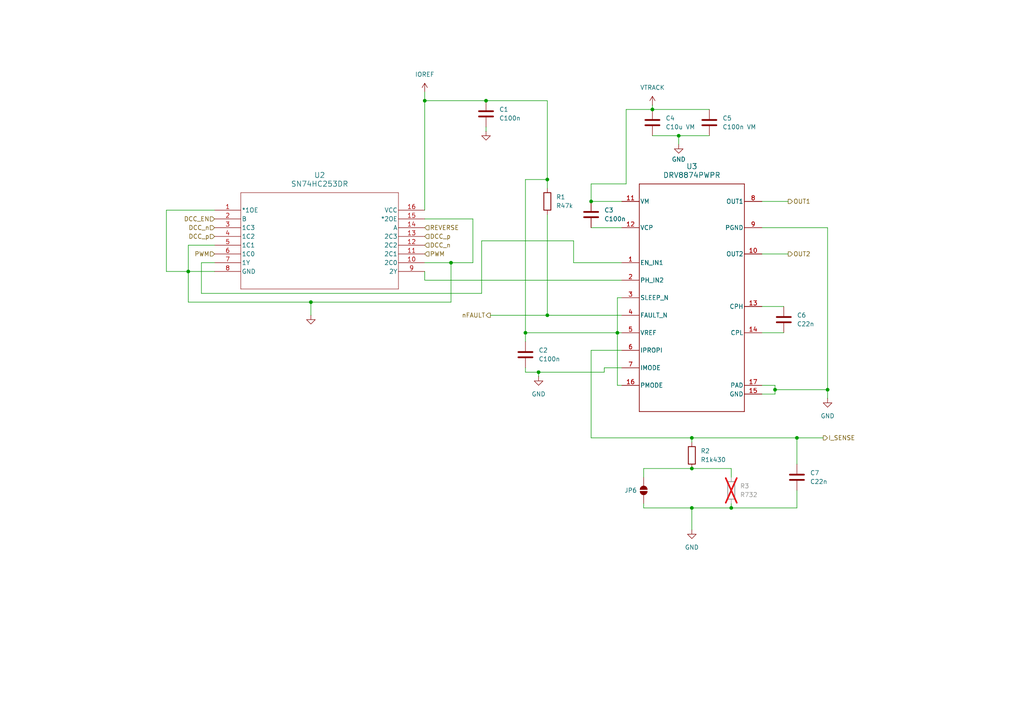
<source format=kicad_sch>
(kicad_sch (version 20231120) (generator "eeschema") (generator_version "8.0")
  (paper "A4")
  (title_block (title "Arduino Nano LCC Booster") (date "2024-11-16") (rev "5") (company "TMRC") (comment 1 "Noah Paladino"))
  (lib_symbols
    (symbol "DRV8874:DRV8874PWPR" (pin_names (offset 0.254))
      (property "Reference" "U" (at 0 2.54 0))
      (property "Value" "DRV8874PWPR" (at 0 0 0))
      (symbol "DRV8874PWPR_0_1"
        (polyline (pts (xy -15.24 -33.02) (xy 15.24 -33.02)) (stroke (width 0.2032)))
        (polyline (pts (xy -15.24 33.02) (xy -15.24 -33.02)) (stroke (width 0.2032)))
        (polyline (pts (xy 15.24 -33.02) (xy 15.24 33.02)) (stroke (width 0.2032)))
        (polyline (pts (xy 15.24 33.02) (xy -15.24 33.02)) (stroke (width 0.2032)))
        (pin input line (at -20.32 10.16 0) (length 5.08) (name "EN_IN1") (number "1"))
        (pin output line (at 20.32 12.7 180) (length 5.08) (name "OUT2") (number "10"))
        (pin power_in line (at -20.32 27.94 0) (length 5.08) (name "VM") (number "11"))
        (pin power_in line (at -20.32 20.32 0) (length 5.08) (name "VCP") (number "12"))
        (pin power_in line (at 20.32 -2.54 180) (length 5.08) (name "CPH") (number "13"))
        (pin power_in line (at 20.32 -10.16 180) (length 5.08) (name "CPL") (number "14"))
        (pin power_in line (at 20.32 -27.94 180) (length 5.08) (name "GND") (number "15"))
        (pin input line (at -20.32 -25.4 0) (length 5.08) (name "PMODE") (number "16"))
        (pin power_in line (at 20.32 -25.4 180) (length 5.08) (name "PAD") (number "17"))
        (pin input line (at -20.32 5.08 0) (length 5.08) (name "PH_IN2") (number "2"))
        (pin input line (at -20.32 0 0) (length 5.08) (name "SLEEP_N") (number "3"))
        (pin open_collector line (at -20.32 -5.08 0) (length 5.08) (name "FAULT_N") (number "4"))
        (pin power_in line (at -20.32 -10.16 0) (length 5.08) (name "VREF") (number "5"))
        (pin output line (at -20.32 -15.24 0) (length 5.08) (name "IPROPI") (number "6"))
        (pin input line (at -20.32 -20.32 0) (length 5.08) (name "IMODE") (number "7"))
        (pin output line (at 20.32 27.94 180) (length 5.08) (name "OUT1") (number "8"))
        (pin power_in line (at 20.32 20.32 180) (length 5.08) (name "PGND") (number "9"))
      )
    )
    (symbol "Device:C" (pin_numbers hide) (pin_names (offset 0.254))
      (property "Reference" "C" (at 0.635 2.54 0))
      (property "Value" "C" (at 0.635 -2.54 0))
      (symbol "C_0_1"
        (polyline (pts (xy -2.032 -0.762) (xy 2.032 -0.762)) (stroke (width 0.508)))
        (polyline (pts (xy -2.032 0.762) (xy 2.032 0.762)) (stroke (width 0.508)))
      )
      (symbol "C_1_1"
        (pin passive line (at 0 3.81 270) (length 2.794) (name "~") (number "1"))
        (pin passive line (at 0 -3.81 90) (length 2.794) (name "~") (number "2"))
      )
    )
    (symbol "Device:R" (pin_numbers hide) (pin_names (offset 0))
      (property "Reference" "R" (at 2.032 0 90))
      (property "Value" "R" (at 0 0 90))
      (symbol "R_0_1"
        (rectangle (start -1.016 -2.54) (end 1.016 2.54) (stroke (width 0.254)))
      )
      (symbol "R_1_1"
        (pin passive line (at 0 3.81 270) (length 1.27) (name "~") (number "1"))
        (pin passive line (at 0 -3.81 90) (length 1.27) (name "~") (number "2"))
      )
    )
    (symbol "Jumper:SolderJumper_2_Open" (pin_numbers hide) (pin_names (offset 0) hide) (exclude_from_sim yes) (in_bom no)
      (property "Reference" "JP" (at 0 2.032 0))
      (property "Value" "SolderJumper_2_Open" (at 0 -2.54 0))
      (symbol "SolderJumper_2_Open_0_1"
        (arc (start -0.254 1.016) (mid -1.2656 0) (end -0.254 -1.016))
        (arc (start -0.254 1.016) (mid -1.2656 0) (end -0.254 -1.016) (fill (type outline)))
        (polyline (pts (xy -0.254 1.016) (xy -0.254 -1.016)))
        (polyline (pts (xy 0.254 1.016) (xy 0.254 -1.016)))
        (arc (start 0.254 -1.016) (mid 1.2656 0) (end 0.254 1.016))
        (arc (start 0.254 -1.016) (mid 1.2656 0) (end 0.254 1.016) (fill (type outline)))
      )
      (symbol "SolderJumper_2_Open_1_1"
        (pin passive line (at -3.81 0 0) (length 2.54) (name "A") (number "1"))
        (pin passive line (at 3.81 0 180) (length 2.54) (name "B") (number "2"))
      )
    )
    (symbol "SN74HC253DR:SN74HC253DR" (pin_names (offset 0.254))
      (property "Reference" "U" (at 30.48 10.16 0))
      (property "Value" "SN74HC253DR" (at 30.48 7.62 0))
      (symbol "SN74HC253DR_0_1"
        (polyline (pts (xy 7.62 -22.86) (xy 53.34 -22.86)) (stroke (width 0.127)))
        (polyline (pts (xy 7.62 5.08) (xy 7.62 -22.86)) (stroke (width 0.127)))
        (polyline (pts (xy 53.34 -22.86) (xy 53.34 5.08)) (stroke (width 0.127)))
        (polyline (pts (xy 53.34 5.08) (xy 7.62 5.08)) (stroke (width 0.127)))
        (pin input line (at 0 0 0) (length 7.62) (name "*1OE") (number "1"))
        (pin input line (at 60.96 -15.24 180) (length 7.62) (name "2C0") (number "10"))
        (pin input line (at 60.96 -12.7 180) (length 7.62) (name "2C1") (number "11"))
        (pin input line (at 60.96 -10.16 180) (length 7.62) (name "2C2") (number "12"))
        (pin input line (at 60.96 -7.62 180) (length 7.62) (name "2C3") (number "13"))
        (pin input line (at 60.96 -5.08 180) (length 7.62) (name "A") (number "14"))
        (pin input line (at 60.96 -2.54 180) (length 7.62) (name "*2OE") (number "15"))
        (pin power_in line (at 60.96 0 180) (length 7.62) (name "VCC") (number "16"))
        (pin input line (at 0 -2.54 0) (length 7.62) (name "B") (number "2"))
        (pin input line (at 0 -5.08 0) (length 7.62) (name "1C3") (number "3"))
        (pin input line (at 0 -7.62 0) (length 7.62) (name "1C2") (number "4"))
        (pin input line (at 0 -10.16 0) (length 7.62) (name "1C1") (number "5"))
        (pin input line (at 0 -12.7 0) (length 7.62) (name "1C0") (number "6"))
        (pin output line (at 0 -15.24 0) (length 7.62) (name "1Y") (number "7"))
        (pin power_in line (at 0 -17.78 0) (length 7.62) (name "GND") (number "8"))
        (pin output line (at 60.96 -17.78 180) (length 7.62) (name "2Y") (number "9"))
      )
    )
    (symbol "power:+3.3V" (power) (pin_numbers hide) (pin_names (offset 0) hide)
      (property "Value" "+3.3V" (at 0 3.556 0))
      (symbol "+3.3V_0_1"
        (polyline (pts (xy -0.762 1.27) (xy 0 2.54)))
        (polyline (pts (xy 0 0) (xy 0 2.54)))
        (polyline (pts (xy 0 2.54) (xy 0.762 1.27)))
      )
      (symbol "+3.3V_1_1"
        (pin power_in line (at 0 0 90) (length 0) (name "~") (number "1"))
      )
    )
    (symbol "power:GND" (power) (pin_numbers hide) (pin_names (offset 0) hide)
      (property "Value" "GND" (at 0 -3.81 0))
      (symbol "GND_0_1"
        (polyline (pts (xy 0 0) (xy 0 -1.27) (xy 1.27 -1.27) (xy 0 -2.54) (xy -1.27 -1.27) (xy 0 -1.27)))
      )
      (symbol "GND_1_1"
        (pin power_in line (at 0 0 270) (length 0) (name "~") (number "1"))
      )
    )
  )
  (junction (at 196.85 39.37))
  (junction (at 200.66 147.32))
  (junction (at 90.17 87.63))
  (junction (at 156.21 107.95))
  (junction (at 140.97 29.21))
  (junction (at 158.75 52.07))
  (junction (at 123.19 29.21))
  (junction (at 200.66 135.89))
  (junction (at 231.14 127))
  (junction (at 212.09 147.32))
  (junction (at 224.79 113.03))
  (junction (at 130.81 76.2))
  (junction (at 200.66 127))
  (junction (at 152.4 96.52))
  (junction (at 189.23 31.75))
  (junction (at 179.07 96.52))
  (junction (at 158.75 91.44))
  (junction (at 54.61 78.74))
  (junction (at 171.45 58.42))
  (junction (at 240.03 113.03))
  (wire (pts (xy 123.19 63.5) (xy 137.16 63.5)))
  (wire (pts (xy 158.75 29.21) (xy 158.75 52.07)))
  (wire (pts (xy 54.61 71.12) (xy 54.61 78.74)))
  (wire (pts (xy 220.98 111.76) (xy 224.79 111.76)))
  (wire (pts (xy 171.45 53.34) (xy 171.45 58.42)))
  (wire (pts (xy 139.7 85.09) (xy 139.7 69.85)))
  (wire (pts (xy 231.14 147.32) (xy 231.14 142.24)))
  (wire (pts (xy 156.21 107.95) (xy 175.26 107.95)))
  (wire (pts (xy 231.14 127) (xy 231.14 134.62)))
  (wire (pts (xy 166.37 76.2) (xy 180.34 76.2)))
  (wire (pts (xy 62.23 76.2) (xy 58.42 76.2)))
  (wire (pts (xy 62.23 71.12) (xy 54.61 71.12)))
  (wire (pts (xy 238.76 127) (xy 231.14 127)))
  (wire (pts (xy 181.61 31.75) (xy 181.61 53.34)))
  (wire (pts (xy 186.69 147.32) (xy 200.66 147.32)))
  (wire (pts (xy 48.26 78.74) (xy 54.61 78.74)))
  (wire (pts (xy 123.19 81.28) (xy 123.19 78.74)))
  (wire (pts (xy 189.23 31.75) (xy 181.61 31.75)))
  (wire (pts (xy 152.4 96.52) (xy 179.07 96.52)))
  (wire (pts (xy 180.34 111.76) (xy 179.07 111.76)))
  (wire (pts (xy 166.37 69.85) (xy 166.37 76.2)))
  (wire (pts (xy 137.16 76.2) (xy 130.81 76.2)))
  (wire (pts (xy 140.97 29.21) (xy 158.75 29.21)))
  (wire (pts (xy 130.81 76.2) (xy 130.81 87.63)))
  (wire (pts (xy 142.24 91.44) (xy 158.75 91.44)))
  (wire (pts (xy 58.42 85.09) (xy 139.7 85.09)))
  (wire (pts (xy 130.81 87.63) (xy 90.17 87.63)))
  (wire (pts (xy 175.26 106.68) (xy 175.26 107.95)))
  (wire (pts (xy 186.69 135.89) (xy 186.69 138.43)))
  (wire (pts (xy 200.66 135.89) (xy 186.69 135.89)))
  (wire (pts (xy 196.85 39.37) (xy 205.74 39.37)))
  (wire (pts (xy 171.45 58.42) (xy 180.34 58.42)))
  (wire (pts (xy 228.6 73.66) (xy 220.98 73.66)))
  (wire (pts (xy 140.97 36.83) (xy 140.97 38.1)))
  (wire (pts (xy 152.4 107.95) (xy 152.4 106.68)))
  (wire (pts (xy 171.45 127) (xy 200.66 127)))
  (wire (pts (xy 180.34 101.6) (xy 171.45 101.6)))
  (wire (pts (xy 212.09 147.32) (xy 212.09 146.05)))
  (wire (pts (xy 189.23 39.37) (xy 196.85 39.37)))
  (wire (pts (xy 180.34 96.52) (xy 179.07 96.52)))
  (wire (pts (xy 152.4 107.95) (xy 156.21 107.95)))
  (wire (pts (xy 189.23 31.75) (xy 205.74 31.75)))
  (wire (pts (xy 58.42 76.2) (xy 58.42 85.09)))
  (wire (pts (xy 189.23 30.48) (xy 189.23 31.75)))
  (wire (pts (xy 123.19 76.2) (xy 130.81 76.2)))
  (wire (pts (xy 228.6 58.42) (xy 220.98 58.42)))
  (wire (pts (xy 196.85 41.91) (xy 196.85 39.37)))
  (wire (pts (xy 158.75 91.44) (xy 180.34 91.44)))
  (wire (pts (xy 200.66 147.32) (xy 212.09 147.32)))
  (wire (pts (xy 224.79 113.03) (xy 240.03 113.03)))
  (wire (pts (xy 179.07 86.36) (xy 179.07 96.52)))
  (wire (pts (xy 123.19 81.28) (xy 180.34 81.28)))
  (wire (pts (xy 137.16 63.5) (xy 137.16 76.2)))
  (wire (pts (xy 224.79 113.03) (xy 224.79 114.3)))
  (wire (pts (xy 48.26 60.96) (xy 48.26 78.74)))
  (wire (pts (xy 200.66 127) (xy 200.66 128.27)))
  (wire (pts (xy 152.4 96.52) (xy 152.4 99.06)))
  (wire (pts (xy 90.17 91.44) (xy 90.17 87.63)))
  (wire (pts (xy 90.17 87.63) (xy 54.61 87.63)))
  (wire (pts (xy 123.19 29.21) (xy 123.19 60.96)))
  (wire (pts (xy 158.75 52.07) (xy 158.75 54.61)))
  (wire (pts (xy 200.66 135.89) (xy 212.09 135.89)))
  (wire (pts (xy 62.23 60.96) (xy 48.26 60.96)))
  (wire (pts (xy 152.4 96.52) (xy 152.4 52.07)))
  (wire (pts (xy 240.03 113.03) (xy 240.03 115.57)))
  (wire (pts (xy 186.69 146.05) (xy 186.69 147.32)))
  (wire (pts (xy 171.45 66.04) (xy 180.34 66.04)))
  (wire (pts (xy 54.61 78.74) (xy 62.23 78.74)))
  (wire (pts (xy 181.61 53.34) (xy 171.45 53.34)))
  (wire (pts (xy 227.33 96.52) (xy 220.98 96.52)))
  (wire (pts (xy 200.66 147.32) (xy 200.66 153.67)))
  (wire (pts (xy 171.45 101.6) (xy 171.45 127)))
  (wire (pts (xy 123.19 29.21) (xy 140.97 29.21)))
  (wire (pts (xy 180.34 106.68) (xy 175.26 106.68)))
  (wire (pts (xy 240.03 66.04) (xy 240.03 113.03)))
  (wire (pts (xy 152.4 52.07) (xy 158.75 52.07)))
  (wire (pts (xy 220.98 114.3) (xy 224.79 114.3)))
  (wire (pts (xy 212.09 147.32) (xy 231.14 147.32)))
  (wire (pts (xy 156.21 107.95) (xy 156.21 109.22)))
  (wire (pts (xy 179.07 111.76) (xy 179.07 96.52)))
  (wire (pts (xy 54.61 87.63) (xy 54.61 78.74)))
  (wire (pts (xy 180.34 86.36) (xy 179.07 86.36)))
  (wire (pts (xy 224.79 111.76) (xy 224.79 113.03)))
  (wire (pts (xy 123.19 26.67) (xy 123.19 29.21)))
  (wire (pts (xy 139.7 69.85) (xy 166.37 69.85)))
  (wire (pts (xy 200.66 127) (xy 231.14 127)))
  (wire (pts (xy 212.09 135.89) (xy 212.09 138.43)))
  (wire (pts (xy 220.98 66.04) (xy 240.03 66.04)))
  (wire (pts (xy 158.75 62.23) (xy 158.75 91.44)))
  (wire (pts (xy 227.33 88.9) (xy 220.98 88.9)))
  (hierarchical_label "I_SENSE" (shape output) (at 238.76 127 0))
  (hierarchical_label "nFAULT" (shape output) (at 142.24 91.44 180))
  (hierarchical_label "OUT2" (shape output) (at 228.6 73.66 0))
  (hierarchical_label "DCC_p" (shape input) (at 123.19 68.58 0))
  (hierarchical_label "REVERSE" (shape input) (at 123.19 66.04 0))
  (hierarchical_label "DCC_EN" (shape input) (at 62.23 63.5 180))
  (hierarchical_label "PWM" (shape input) (at 123.19 73.66 0))
  (hierarchical_label "OUT1" (shape output) (at 228.6 58.42 0))
  (hierarchical_label "DCC_p" (shape input) (at 62.23 68.58 180))
  (hierarchical_label "DCC_n" (shape input) (at 123.19 71.12 0))
  (hierarchical_label "DCC_n" (shape input) (at 62.23 66.04 180))
  (hierarchical_label "PWM" (shape input) (at 62.23 73.66 180))
  (symbol (lib_id "Jumper:SolderJumper_2_Open") (at 186.69 142.24 90) (unit 1) (exclude_from_sim yes) (in_bom no)
    (property "Reference" "JP6" (at 181.102 142.24 90) (effects (justify right)))
    (property "Value" "SolderJumper_2" (effects (hide yes)))
    (property "Footprint" "Jumper:SolderJumper-2_P1.3mm_Open_RoundedPad1.0x1.5mm" (effects (hide yes)))
    (property "Description" "Solder Jumper, 2-pole, open" (effects (hide yes)))
    (instances (project "LCC_Turnout_Driver" (path "" (reference "JP6") (unit 1)) (path "" (reference "JP9") (unit 1)) (path "" (reference "JP7") (unit 1)) (path "" (reference "JP8") (unit 1))))
  )
  (symbol (lib_id "Device:R") (at 200.66 132.08 0) (unit 1)
    (property "Reference" "R2" (at 203.2 130.8099 0) (effects (justify left)))
    (property "Value" "R1k430" (at 203.2 133.3499 0) (effects (justify left)))
    (property "Footprint" "Resistor_SMD:R_0805_2012Metric_Pad1.20x1.40mm_HandSolder" (effects (hide yes)))
    (property "Description" "Resistor" (effects (hide yes)))
    (property "Manufacturer Part Number" "RC0805FR-071K43L" (effects (hide yes)))
    (property "MANUFACTURER" "Yageo" (effects (hide yes)))
    (instances (project "LCC_Turnout_Driver" (path "" (reference "R2") (unit 1)) (path "" (reference "R11") (unit 1)) (path "" (reference "R5") (unit 1)) (path "" (reference "R8") (unit 1))))
  )
  (symbol (lib_id "Device:C") (at 152.4 102.87 0) (unit 1)
    (property "Reference" "C2" (at 156.21 101.5999 0) (effects (justify left)))
    (property "Value" "C100n" (at 156.21 104.1399 0) (effects (justify left)))
    (property "Footprint" "Capacitor_SMD:C_0805_2012Metric_Pad1.18x1.45mm_HandSolder" (effects (hide yes)))
    (property "Description" "Unpolarized capacitor" (effects (hide yes)))
    (property "MANUFACTURER" "Samsung" (effects (hide yes)))
    (property "Manufacturer Part Number" "CL21B104KACNFNC" (effects (hide yes)))
    (instances (project "LCC_Turnout_Driver" (path "" (reference "C2") (unit 1)) (path "" (reference "C23") (unit 1)) (path "" (reference "C9") (unit 1)) (path "" (reference "C16") (unit 1))))
  )
  (symbol (lib_id "Device:R") (at 158.75 58.42 0) (unit 1)
    (property "Reference" "R1" (at 161.29 57.1499 0) (effects (justify left)))
    (property "Value" "R47k" (at 161.29 59.6899 0) (effects (justify left)))
    (property "Footprint" "Resistor_SMD:R_0805_2012Metric_Pad1.20x1.40mm_HandSolder" (effects (hide yes)))
    (property "Description" "Resistor" (effects (hide yes)))
    (property "Manufacturer Part Number" "ERJ6ENF4702V" (effects (hide yes)))
    (property "MANUFACTURER" "Panasonic" (effects (hide yes)))
    (instances (project "LCC_Turnout_Driver" (path "" (reference "R1") (unit 1)) (path "" (reference "R10") (unit 1)) (path "" (reference "R4") (unit 1)) (path "" (reference "R7") (unit 1))))
  )
  (symbol (lib_id "power:+3.3V") (at 189.23 30.48 0) (unit 1)
    (property "Reference" "#PWR013" (effects (hide yes)))
    (property "Value" "VTRACK" (at 189.23 25.4 0))
    (property "Description" "Power symbol creates a global label with name \"VIN\"" (effects (hide yes)))
    (instances (project "LCC_Turnout_Driver" (path "" (reference "#PWR013") (unit 1)) (path "" (reference "#PWR037") (unit 1)) (path "" (reference "#PWR021") (unit 1)) (path "" (reference "#PWR029") (unit 1))))
  )
  (symbol (lib_id "power:+3.3V") (at 123.19 26.67 0) (unit 1)
    (property "Reference" "#PWR010" (effects (hide yes)))
    (property "Value" "IOREF" (at 123.19 21.59 0))
    (property "Description" "Power symbol creates a global label with name \"+3.3V\"" (effects (hide yes)))
    (instances (project "LCC_Turnout_Driver" (path "" (reference "#PWR010") (unit 1)) (path "" (reference "#PWR034") (unit 1)) (path "" (reference "#PWR018") (unit 1)) (path "" (reference "#PWR026") (unit 1))))
  )
  (symbol (lib_id "SN74HC253DR:SN74HC253DR") (at 62.23 60.96 0) (unit 1)
    (property "Reference" "U2" (at 92.71 50.8 0) (effects (font (size 1.524 1.524))))
    (property "Value" "SN74HC253DR" (at 92.71 53.34 0) (effects (font (size 1.524 1.524))))
    (property "Footprint" "Package_SO:SO-16_3.9x9.9mm_P1.27mm" (effects (hide yes)))
    (property "Datasheet" "SN74HC253DR" (effects (hide yes)))
    (property "Manufacturer Part Number" "SN74HC253DR" (effects (hide yes)))
    (property "MANUFACTURER" "TI" (effects (hide yes)))
    (instances (project "LCC_Turnout_Driver" (path "" (reference "U2") (unit 1)) (path "" (reference "U8") (unit 1)) (path "" (reference "U4") (unit 1)) (path "" (reference "U6") (unit 1))))
  )
  (symbol (lib_id "power:GND") (at 140.97 38.1 0) (unit 1)
    (property "Reference" "#PWR011" (effects (hide yes)))
    (property "Value" "GND" (effects (hide yes)))
    (property "Description" "Power symbol creates a global label with name \"GND\" , ground" (effects (hide yes)))
    (instances (project "LCC_Turnout_Driver" (path "" (reference "#PWR011") (unit 1)) (path "" (reference "#PWR035") (unit 1)) (path "" (reference "#PWR019") (unit 1)) (path "" (reference "#PWR027") (unit 1))))
  )
  (symbol (lib_id "Device:C") (at 189.23 35.56 0) (unit 1)
    (property "Reference" "C4" (at 193.04 34.2899 0) (effects (justify left)))
    (property "Value" "C10u VM" (at 193.04 36.8299 0) (effects (justify left)))
    (property "Footprint" "Capacitor_SMD:C_1206_3216Metric_Pad1.33x1.80mm_HandSolder" (effects (hide yes)))
    (property "Description" "Unpolarized capacitor" (effects (hide yes)))
    (property "Manufacturer Part Number" "CL31A106KBHNNNE" (effects (hide yes)))
    (property "MANUFACTURER" "Samsung" (effects (hide yes)))
    (instances (project "LCC_Turnout_Driver" (path "" (reference "C4") (unit 1)) (path "" (reference "C25") (unit 1)) (path "" (reference "C11") (unit 1)) (path "" (reference "C18") (unit 1))))
  )
  (symbol (lib_id "power:GND") (at 90.17 91.44 0) (unit 1)
    (property "Reference" "#PWR09" (effects (hide yes)))
    (property "Value" "GND" (effects (hide yes)))
    (property "Description" "Power symbol creates a global label with name \"GND\" , ground" (effects (hide yes)))
    (instances (project "LCC_Turnout_Driver" (path "" (reference "#PWR09") (unit 1)) (path "" (reference "#PWR033") (unit 1)) (path "" (reference "#PWR017") (unit 1)) (path "" (reference "#PWR025") (unit 1))))
  )
  (symbol (lib_id "power:GND") (at 196.85 41.91 0) (unit 1)
    (property "Reference" "#PWR014" (effects (hide yes)))
    (property "Value" "GND" (at 196.85 46.228 0))
    (property "Description" "Power symbol creates a global label with name \"GND\" , ground" (effects (hide yes)))
    (instances (project "LCC_Turnout_Driver" (path "" (reference "#PWR014") (unit 1)) (path "" (reference "#PWR038") (unit 1)) (path "" (reference "#PWR022") (unit 1)) (path "" (reference "#PWR030") (unit 1))))
  )
  (symbol (lib_id "Device:C") (at 140.97 33.02 0) (unit 1)
    (property "Reference" "C1" (at 144.78 31.7499 0) (effects (justify left)))
    (property "Value" "C100n" (at 144.78 34.2899 0) (effects (justify left)))
    (property "Footprint" "Capacitor_SMD:C_0805_2012Metric_Pad1.18x1.45mm_HandSolder" (effects (hide yes)))
    (property "Description" "Unpolarized capacitor" (effects (hide yes)))
    (property "MANUFACTURER" "Samsung" (effects (hide yes)))
    (property "Manufacturer Part Number" "CL21B104KACNFNC" (effects (hide yes)))
    (instances (project "LCC_Turnout_Driver" (path "" (reference "C1") (unit 1)) (path "" (reference "C22") (unit 1)) (path "" (reference "C8") (unit 1)) (path "" (reference "C15") (unit 1))))
  )
  (symbol (lib_id "Device:C") (at 205.74 35.56 0) (unit 1)
    (property "Reference" "C5" (at 209.55 34.2899 0) (effects (justify left)))
    (property "Value" "C100n VM" (at 209.55 36.8299 0) (effects (justify left)))
    (property "Footprint" "Capacitor_SMD:C_0805_2012Metric_Pad1.18x1.45mm_HandSolder" (effects (hide yes)))
    (property "Description" "Unpolarized capacitor" (effects (hide yes)))
    (property "MANUFACTURER" "Samsung" (effects (hide yes)))
    (property "Manufacturer Part Number" "CL21B104KBFXPJE" (effects (hide yes)))
    (instances (project "LCC_Turnout_Driver" (path "" (reference "C5") (unit 1)) (path "" (reference "C26") (unit 1)) (path "" (reference "C12") (unit 1)) (path "" (reference "C19") (unit 1))))
  )
  (symbol (lib_id "Device:C") (at 227.33 92.71 0) (unit 1)
    (property "Reference" "C6" (at 231.14 91.4399 0) (effects (justify left)))
    (property "Value" "C22n" (at 231.14 93.9799 0) (effects (justify left)))
    (property "Footprint" "Capacitor_SMD:C_0805_2012Metric_Pad1.18x1.45mm_HandSolder" (effects (hide yes)))
    (property "Description" "Unpolarized capacitor" (effects (hide yes)))
    (property "Manufacturer Part Number" "CL21B223JBANNNC" (effects (hide yes)))
    (property "MANUFACTURER" "Samsung" (effects (hide yes)))
    (instances (project "LCC_Turnout_Driver" (path "" (reference "C6") (unit 1)) (path "" (reference "C27") (unit 1)) (path "" (reference "C13") (unit 1)) (path "" (reference "C20") (unit 1))))
  )
  (symbol (lib_id "power:GND") (at 156.21 109.22 0) (unit 1)
    (property "Reference" "#PWR012" (effects (hide yes)))
    (property "Value" "GND" (at 156.21 114.3 0))
    (property "Description" "Power symbol creates a global label with name \"GND\" , ground" (effects (hide yes)))
    (instances (project "LCC_Turnout_Driver" (path "" (reference "#PWR012") (unit 1)) (path "" (reference "#PWR036") (unit 1)) (path "" (reference "#PWR020") (unit 1)) (path "" (reference "#PWR028") (unit 1))))
  )
  (symbol (lib_id "power:GND") (at 200.66 153.67 0) (unit 1)
    (property "Reference" "#PWR015" (effects (hide yes)))
    (property "Value" "GND" (at 200.66 158.75 0))
    (property "Description" "Power symbol creates a global label with name \"GND\" , ground" (effects (hide yes)))
    (instances (project "LCC_Turnout_Driver" (path "" (reference "#PWR015") (unit 1)) (path "" (reference "#PWR039") (unit 1)) (path "" (reference "#PWR023") (unit 1)) (path "" (reference "#PWR031") (unit 1))))
  )
  (symbol (lib_id "power:GND") (at 240.03 115.57 0) (unit 1)
    (property "Reference" "#PWR016" (effects (hide yes)))
    (property "Value" "GND" (at 240.03 120.65 0))
    (property "Description" "Power symbol creates a global label with name \"GND\" , ground" (effects (hide yes)))
    (instances (project "LCC_Turnout_Driver" (path "" (reference "#PWR016") (unit 1)) (path "" (reference "#PWR040") (unit 1)) (path "" (reference "#PWR024") (unit 1)) (path "" (reference "#PWR032") (unit 1))))
  )
  (symbol (lib_id "Device:C") (at 231.14 138.43 0) (unit 1)
    (property "Reference" "C7" (at 234.95 137.1599 0) (effects (justify left)))
    (property "Value" "C22n" (at 234.95 139.6999 0) (effects (justify left)))
    (property "Footprint" "Capacitor_SMD:C_0805_2012Metric_Pad1.18x1.45mm_HandSolder" (effects (hide yes)))
    (property "Description" "Unpolarized capacitor" (effects (hide yes)))
    (property "Manufacturer Part Number" "CL21B223JBANNNC" (effects (hide yes)))
    (property "MANUFACTURER" "Samsung" (effects (hide yes)))
    (instances (project "LCC_Turnout_Driver" (path "" (reference "C7") (unit 1)) (path "" (reference "C28") (unit 1)) (path "" (reference "C14") (unit 1)) (path "" (reference "C21") (unit 1))))
  )
  (symbol (lib_id "Device:R") (at 212.09 142.24 0) (unit 1) (dnp yes)
    (property "Reference" "R3" (at 214.63 140.9699 0) (effects (justify left)))
    (property "Value" "R732" (at 214.63 143.5099 0) (effects (justify left)))
    (property "Footprint" "Resistor_SMD:R_0805_2012Metric_Pad1.20x1.40mm_HandSolder" (effects (hide yes)))
    (property "Description" "Resistor" (effects (hide yes)))
    (instances (project "LCC_Turnout_Driver" (path "" (reference "R3") (unit 1)) (path "" (reference "R12") (unit 1)) (path "" (reference "R6") (unit 1)) (path "" (reference "R9") (unit 1))))
  )
  (symbol (lib_id "Device:C") (at 171.45 62.23 0) (unit 1)
    (property "Reference" "C3" (at 175.26 60.9599 0) (effects (justify left)))
    (property "Value" "C100n" (at 175.26 63.4999 0) (effects (justify left)))
    (property "Footprint" "Capacitor_SMD:C_0805_2012Metric_Pad1.18x1.45mm_HandSolder" (effects (hide yes)))
    (property "Description" "Unpolarized capacitor" (effects (hide yes)))
    (property "MANUFACTURER" "Samsung" (effects (hide yes)))
    (property "Manufacturer Part Number" "CL21B104KACNFNC" (effects (hide yes)))
    (instances (project "LCC_Turnout_Driver" (path "" (reference "C3") (unit 1)) (path "" (reference "C24") (unit 1)) (path "" (reference "C10") (unit 1)) (path "" (reference "C17") (unit 1))))
  )
  (symbol (lib_id "DRV8874:DRV8874PWPR") (at 200.66 86.36 0) (unit 1)
    (property "Reference" "U3" (at 200.66 48.26 0) (effects (font (size 1.524 1.524))))
    (property "Value" "DRV8874PWPR" (at 200.66 50.8 0) (effects (font (size 1.524 1.524))))
    (property "Footprint" "DRV8874:PWP0016J_NV" (effects (hide yes)))
    (property "Datasheet" "DRV8874PWPR" (effects (hide yes)))
    (property "MANUFACTURER" "TI" (effects (hide yes)))
    (property "Manufacturer Part Number" "DRV8874PWPR" (effects (hide yes)))
    (instances (project "LCC_Turnout_Driver" (path "" (reference "U3") (unit 1)) (path "" (reference "U9") (unit 1)) (path "" (reference "U5") (unit 1)) (path "" (reference "U7") (unit 1))))
  )
)
</source>
